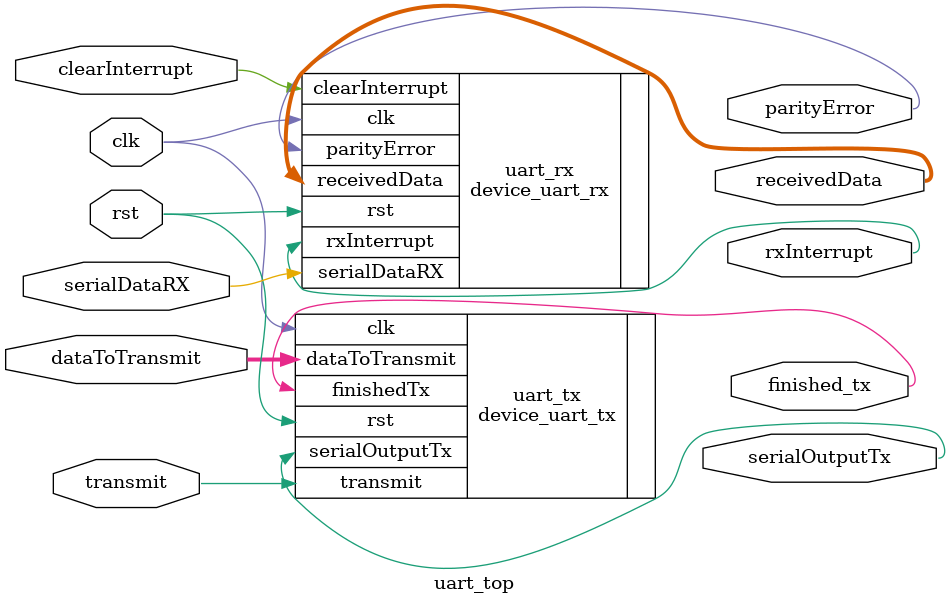
<source format=v>
/*************************************************************************
Name of the module:
	UART_TOP.sv
Description:
	This is the top module for UART, including tx and rx
Version:
	1.0
Author:
	Isaac Vázquez 	ie703092@iteso.mx
	Alberto Vargas  ie710231@iteso.mx
Date: 
	11/18/2021
*************************************************************************/


module uart_top
(
	// Input - Input clock
	input 	clk,
	// Input - Reset	/
	input		rst,
	input 		serialDataRX,
	input 		clearInterrupt,
	input 		transmit,
	input [7:0]	dataToTransmit,

	output [7:0]	receivedData,
	output		finished_tx,
	output		rxInterrupt,
	output		parityError,
	output		serialOutputTx
);

/** Clk of 115.2 kHz*/
wire			pll_clk;

//data_DW_t dataToTransmit;
//wire transmit;
wire[8:0] dataToTest;
wire transmit_w;
wire clk2_wire;

/*
clk_div 
#(
	.MAX_CNT(15'd1_042)
)
cntr_r
(
	.clk(clk_tx),
	.rst(rst),
	.enb(transmit),
	
	.enb_cont(clk2_wire)
);
*/


// UART TX
device_uart_tx 
uart_tx
(
	.clk(clk),
	.rst(rst),
	.transmit(transmit),
	.dataToTransmit(dataToTransmit),
	
	.finishedTx(finished_tx),
	.serialOutputTx(serialOutputTx)
);

// UART RX
device_uart_rx 
uart_rx
(
	.clk(clk),
	.rst(rst),
	.serialDataRX(serialDataRX),
	.clearInterrupt(clearInterrupt),

	.receivedData(receivedData),
	.rxInterrupt(rxInterrupt),
	.parityError(parityError)
);

//assign rxInterrupt = transmit;
//assign receivedData = dataToTransmit;
endmodule

</source>
